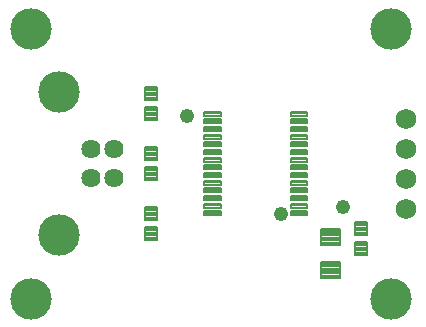
<source format=gts>
G75*
G70*
%OFA0B0*%
%FSLAX24Y24*%
%IPPOS*%
%LPD*%
%AMOC8*
5,1,8,0,0,1.08239X$1,22.5*
%
%ADD10C,0.0081*%
%ADD11C,0.0082*%
%ADD12C,0.0640*%
%ADD13C,0.1380*%
%ADD14C,0.0680*%
%ADD15C,0.0080*%
%ADD16C,0.0480*%
D10*
X006855Y003550D02*
X006855Y003982D01*
X007249Y003982D01*
X007249Y003550D01*
X006855Y003550D01*
X006855Y003630D02*
X007249Y003630D01*
X007249Y003710D02*
X006855Y003710D01*
X006855Y003790D02*
X007249Y003790D01*
X007249Y003870D02*
X006855Y003870D01*
X006855Y003950D02*
X007249Y003950D01*
X006855Y004219D02*
X006855Y004651D01*
X007249Y004651D01*
X007249Y004219D01*
X006855Y004219D01*
X006855Y004299D02*
X007249Y004299D01*
X007249Y004379D02*
X006855Y004379D01*
X006855Y004459D02*
X007249Y004459D01*
X007249Y004539D02*
X006855Y004539D01*
X006855Y004619D02*
X007249Y004619D01*
X006855Y005550D02*
X006855Y005982D01*
X007249Y005982D01*
X007249Y005550D01*
X006855Y005550D01*
X006855Y005630D02*
X007249Y005630D01*
X007249Y005710D02*
X006855Y005710D01*
X006855Y005790D02*
X007249Y005790D01*
X007249Y005870D02*
X006855Y005870D01*
X006855Y005950D02*
X007249Y005950D01*
X006855Y006219D02*
X006855Y006651D01*
X007249Y006651D01*
X007249Y006219D01*
X006855Y006219D01*
X006855Y006299D02*
X007249Y006299D01*
X007249Y006379D02*
X006855Y006379D01*
X006855Y006459D02*
X007249Y006459D01*
X007249Y006539D02*
X006855Y006539D01*
X006855Y006619D02*
X007249Y006619D01*
X006855Y007550D02*
X006855Y007982D01*
X007249Y007982D01*
X007249Y007550D01*
X006855Y007550D01*
X006855Y007630D02*
X007249Y007630D01*
X007249Y007710D02*
X006855Y007710D01*
X006855Y007790D02*
X007249Y007790D01*
X007249Y007870D02*
X006855Y007870D01*
X006855Y007950D02*
X007249Y007950D01*
X006855Y008219D02*
X006855Y008651D01*
X007249Y008651D01*
X007249Y008219D01*
X006855Y008219D01*
X006855Y008299D02*
X007249Y008299D01*
X007249Y008379D02*
X006855Y008379D01*
X006855Y008459D02*
X007249Y008459D01*
X007249Y008539D02*
X006855Y008539D01*
X006855Y008619D02*
X007249Y008619D01*
X014249Y004151D02*
X014249Y003719D01*
X013855Y003719D01*
X013855Y004151D01*
X014249Y004151D01*
X014249Y003799D02*
X013855Y003799D01*
X013855Y003879D02*
X014249Y003879D01*
X014249Y003959D02*
X013855Y003959D01*
X013855Y004039D02*
X014249Y004039D01*
X014249Y004119D02*
X013855Y004119D01*
X014249Y003482D02*
X014249Y003050D01*
X013855Y003050D01*
X013855Y003482D01*
X014249Y003482D01*
X014249Y003130D02*
X013855Y003130D01*
X013855Y003210D02*
X014249Y003210D01*
X014249Y003290D02*
X013855Y003290D01*
X013855Y003370D02*
X014249Y003370D01*
X014249Y003450D02*
X013855Y003450D01*
D11*
X013366Y003926D02*
X012738Y003926D01*
X013366Y003926D02*
X013366Y003378D01*
X012738Y003378D01*
X012738Y003926D01*
X012738Y003459D02*
X013366Y003459D01*
X013366Y003540D02*
X012738Y003540D01*
X012738Y003621D02*
X013366Y003621D01*
X013366Y003702D02*
X012738Y003702D01*
X012738Y003783D02*
X013366Y003783D01*
X013366Y003864D02*
X012738Y003864D01*
X012738Y002824D02*
X013366Y002824D01*
X013366Y002276D01*
X012738Y002276D01*
X012738Y002824D01*
X012738Y002357D02*
X013366Y002357D01*
X013366Y002438D02*
X012738Y002438D01*
X012738Y002519D02*
X013366Y002519D01*
X013366Y002600D02*
X012738Y002600D01*
X012738Y002681D02*
X013366Y002681D01*
X013366Y002762D02*
X012738Y002762D01*
D12*
X005832Y005609D03*
X005052Y005609D03*
X005052Y006593D03*
X005832Y006593D03*
D13*
X003052Y001601D03*
X003982Y003731D03*
X003982Y008471D03*
X003052Y010601D03*
X015052Y010601D03*
X015052Y001601D03*
D14*
X015552Y004601D03*
X015552Y005601D03*
X015552Y006601D03*
X015552Y007601D03*
D15*
X012266Y007576D02*
X012266Y007440D01*
X011716Y007440D01*
X011716Y007576D01*
X012266Y007576D01*
X012266Y007519D02*
X011716Y007519D01*
X012266Y007696D02*
X012266Y007832D01*
X012266Y007696D02*
X011716Y007696D01*
X011716Y007832D01*
X012266Y007832D01*
X012266Y007775D02*
X011716Y007775D01*
X012266Y007320D02*
X012266Y007184D01*
X011716Y007184D01*
X011716Y007320D01*
X012266Y007320D01*
X012266Y007263D02*
X011716Y007263D01*
X012266Y007064D02*
X012266Y006928D01*
X011716Y006928D01*
X011716Y007064D01*
X012266Y007064D01*
X012266Y007007D02*
X011716Y007007D01*
X012266Y006809D02*
X012266Y006673D01*
X011716Y006673D01*
X011716Y006809D01*
X012266Y006809D01*
X012266Y006752D02*
X011716Y006752D01*
X012266Y006553D02*
X012266Y006417D01*
X011716Y006417D01*
X011716Y006553D01*
X012266Y006553D01*
X012266Y006496D02*
X011716Y006496D01*
X012266Y006297D02*
X012266Y006161D01*
X011716Y006161D01*
X011716Y006297D01*
X012266Y006297D01*
X012266Y006240D02*
X011716Y006240D01*
X012266Y006041D02*
X012266Y005905D01*
X011716Y005905D01*
X011716Y006041D01*
X012266Y006041D01*
X012266Y005984D02*
X011716Y005984D01*
X012266Y005785D02*
X012266Y005649D01*
X011716Y005649D01*
X011716Y005785D01*
X012266Y005785D01*
X012266Y005728D02*
X011716Y005728D01*
X012266Y005529D02*
X012266Y005393D01*
X011716Y005393D01*
X011716Y005529D01*
X012266Y005529D01*
X012266Y005472D02*
X011716Y005472D01*
X012266Y005273D02*
X012266Y005137D01*
X011716Y005137D01*
X011716Y005273D01*
X012266Y005273D01*
X012266Y005216D02*
X011716Y005216D01*
X012266Y005017D02*
X012266Y004881D01*
X011716Y004881D01*
X011716Y005017D01*
X012266Y005017D01*
X012266Y004960D02*
X011716Y004960D01*
X012266Y004761D02*
X012266Y004625D01*
X011716Y004625D01*
X011716Y004761D01*
X012266Y004761D01*
X012266Y004704D02*
X011716Y004704D01*
X012266Y004505D02*
X012266Y004369D01*
X011716Y004369D01*
X011716Y004505D01*
X012266Y004505D01*
X012266Y004448D02*
X011716Y004448D01*
X009388Y004505D02*
X009388Y004369D01*
X008838Y004369D01*
X008838Y004505D01*
X009388Y004505D01*
X009388Y004448D02*
X008838Y004448D01*
X009388Y004625D02*
X009388Y004761D01*
X009388Y004625D02*
X008838Y004625D01*
X008838Y004761D01*
X009388Y004761D01*
X009388Y004704D02*
X008838Y004704D01*
X009388Y004881D02*
X009388Y005017D01*
X009388Y004881D02*
X008838Y004881D01*
X008838Y005017D01*
X009388Y005017D01*
X009388Y004960D02*
X008838Y004960D01*
X009388Y005137D02*
X009388Y005273D01*
X009388Y005137D02*
X008838Y005137D01*
X008838Y005273D01*
X009388Y005273D01*
X009388Y005216D02*
X008838Y005216D01*
X009388Y005393D02*
X009388Y005529D01*
X009388Y005393D02*
X008838Y005393D01*
X008838Y005529D01*
X009388Y005529D01*
X009388Y005472D02*
X008838Y005472D01*
X009388Y005649D02*
X009388Y005785D01*
X009388Y005649D02*
X008838Y005649D01*
X008838Y005785D01*
X009388Y005785D01*
X009388Y005728D02*
X008838Y005728D01*
X009388Y005905D02*
X009388Y006041D01*
X009388Y005905D02*
X008838Y005905D01*
X008838Y006041D01*
X009388Y006041D01*
X009388Y005984D02*
X008838Y005984D01*
X009388Y006161D02*
X009388Y006297D01*
X009388Y006161D02*
X008838Y006161D01*
X008838Y006297D01*
X009388Y006297D01*
X009388Y006240D02*
X008838Y006240D01*
X009388Y006417D02*
X009388Y006553D01*
X009388Y006417D02*
X008838Y006417D01*
X008838Y006553D01*
X009388Y006553D01*
X009388Y006496D02*
X008838Y006496D01*
X009388Y006673D02*
X009388Y006809D01*
X009388Y006673D02*
X008838Y006673D01*
X008838Y006809D01*
X009388Y006809D01*
X009388Y006752D02*
X008838Y006752D01*
X009388Y006928D02*
X009388Y007064D01*
X009388Y006928D02*
X008838Y006928D01*
X008838Y007064D01*
X009388Y007064D01*
X009388Y007007D02*
X008838Y007007D01*
X009388Y007184D02*
X009388Y007320D01*
X009388Y007184D02*
X008838Y007184D01*
X008838Y007320D01*
X009388Y007320D01*
X009388Y007263D02*
X008838Y007263D01*
X009388Y007440D02*
X009388Y007576D01*
X009388Y007440D02*
X008838Y007440D01*
X008838Y007576D01*
X009388Y007576D01*
X009388Y007519D02*
X008838Y007519D01*
X009388Y007696D02*
X009388Y007832D01*
X009388Y007696D02*
X008838Y007696D01*
X008838Y007832D01*
X009388Y007832D01*
X009388Y007775D02*
X008838Y007775D01*
D16*
X008272Y007701D03*
X011392Y004421D03*
X013472Y004661D03*
M02*

</source>
